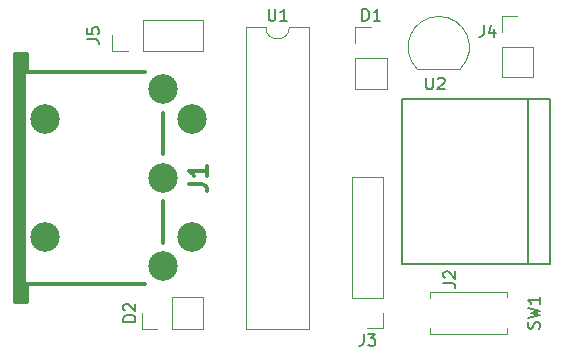
<source format=gbr>
%TF.GenerationSoftware,KiCad,Pcbnew,(6.0.0)*%
%TF.CreationDate,2022-10-20T13:44:37-04:00*%
%TF.ProjectId,TandyKey-A,54616e64-794b-4657-992d-412e6b696361,rev?*%
%TF.SameCoordinates,Original*%
%TF.FileFunction,Legend,Top*%
%TF.FilePolarity,Positive*%
%FSLAX46Y46*%
G04 Gerber Fmt 4.6, Leading zero omitted, Abs format (unit mm)*
G04 Created by KiCad (PCBNEW (6.0.0)) date 2022-10-20 13:44:37*
%MOMM*%
%LPD*%
G01*
G04 APERTURE LIST*
%ADD10C,0.304800*%
%ADD11C,0.150000*%
%ADD12C,0.120000*%
%ADD13C,2.499360*%
G04 APERTURE END LIST*
D10*
%TO.C,J1*%
X118545428Y-96710500D02*
X119634000Y-96710500D01*
X119851714Y-96783071D01*
X119996857Y-96928214D01*
X120069428Y-97145928D01*
X120069428Y-97291071D01*
X120069428Y-95186500D02*
X120069428Y-96057357D01*
X120069428Y-95621928D02*
X118545428Y-95621928D01*
X118763142Y-95767071D01*
X118908285Y-95912214D01*
X118980857Y-96057357D01*
D11*
%TO.C,J5*%
X109942380Y-84470833D02*
X110656666Y-84470833D01*
X110799523Y-84518452D01*
X110894761Y-84613690D01*
X110942380Y-84756547D01*
X110942380Y-84851785D01*
X109942380Y-83518452D02*
X109942380Y-83994642D01*
X110418571Y-84042261D01*
X110370952Y-83994642D01*
X110323333Y-83899404D01*
X110323333Y-83661309D01*
X110370952Y-83566071D01*
X110418571Y-83518452D01*
X110513809Y-83470833D01*
X110751904Y-83470833D01*
X110847142Y-83518452D01*
X110894761Y-83566071D01*
X110942380Y-83661309D01*
X110942380Y-83899404D01*
X110894761Y-83994642D01*
X110847142Y-84042261D01*
%TO.C,SW1*%
X148199761Y-108965833D02*
X148247380Y-108822976D01*
X148247380Y-108584880D01*
X148199761Y-108489642D01*
X148152142Y-108442023D01*
X148056904Y-108394404D01*
X147961666Y-108394404D01*
X147866428Y-108442023D01*
X147818809Y-108489642D01*
X147771190Y-108584880D01*
X147723571Y-108775357D01*
X147675952Y-108870595D01*
X147628333Y-108918214D01*
X147533095Y-108965833D01*
X147437857Y-108965833D01*
X147342619Y-108918214D01*
X147295000Y-108870595D01*
X147247380Y-108775357D01*
X147247380Y-108537261D01*
X147295000Y-108394404D01*
X147247380Y-108061071D02*
X148247380Y-107822976D01*
X147533095Y-107632500D01*
X148247380Y-107442023D01*
X147247380Y-107203928D01*
X148247380Y-106299166D02*
X148247380Y-106870595D01*
X148247380Y-106584880D02*
X147247380Y-106584880D01*
X147390238Y-106680119D01*
X147485476Y-106775357D01*
X147533095Y-106870595D01*
%TO.C,U2*%
X138620595Y-87717380D02*
X138620595Y-88526904D01*
X138668214Y-88622142D01*
X138715833Y-88669761D01*
X138811071Y-88717380D01*
X139001547Y-88717380D01*
X139096785Y-88669761D01*
X139144404Y-88622142D01*
X139192023Y-88526904D01*
X139192023Y-87717380D01*
X139620595Y-87812619D02*
X139668214Y-87765000D01*
X139763452Y-87717380D01*
X140001547Y-87717380D01*
X140096785Y-87765000D01*
X140144404Y-87812619D01*
X140192023Y-87907857D01*
X140192023Y-88003095D01*
X140144404Y-88145952D01*
X139572976Y-88717380D01*
X140192023Y-88717380D01*
%TO.C,U1*%
X125295603Y-81899884D02*
X125295603Y-82709408D01*
X125343222Y-82804646D01*
X125390841Y-82852265D01*
X125486079Y-82899884D01*
X125676555Y-82899884D01*
X125771793Y-82852265D01*
X125819412Y-82804646D01*
X125867031Y-82709408D01*
X125867031Y-81899884D01*
X126867031Y-82899884D02*
X126295603Y-82899884D01*
X126581317Y-82899884D02*
X126581317Y-81899884D01*
X126486079Y-82042742D01*
X126390841Y-82137980D01*
X126295603Y-82185599D01*
%TO.C,J2*%
X140104880Y-105108333D02*
X140819166Y-105108333D01*
X140962023Y-105155952D01*
X141057261Y-105251190D01*
X141104880Y-105394047D01*
X141104880Y-105489285D01*
X140200119Y-104679761D02*
X140152500Y-104632142D01*
X140104880Y-104536904D01*
X140104880Y-104298809D01*
X140152500Y-104203571D01*
X140200119Y-104155952D01*
X140295357Y-104108333D01*
X140390595Y-104108333D01*
X140533452Y-104155952D01*
X141104880Y-104727380D01*
X141104880Y-104108333D01*
%TO.C,D1*%
X133246904Y-82894880D02*
X133246904Y-81894880D01*
X133485000Y-81894880D01*
X133627857Y-81942500D01*
X133723095Y-82037738D01*
X133770714Y-82132976D01*
X133818333Y-82323452D01*
X133818333Y-82466309D01*
X133770714Y-82656785D01*
X133723095Y-82752023D01*
X133627857Y-82847261D01*
X133485000Y-82894880D01*
X133246904Y-82894880D01*
X134770714Y-82894880D02*
X134199285Y-82894880D01*
X134485000Y-82894880D02*
X134485000Y-81894880D01*
X134389761Y-82037738D01*
X134294523Y-82132976D01*
X134199285Y-82180595D01*
%TO.C,J3*%
X133334166Y-109409880D02*
X133334166Y-110124166D01*
X133286547Y-110267023D01*
X133191309Y-110362261D01*
X133048452Y-110409880D01*
X132953214Y-110409880D01*
X133715119Y-109409880D02*
X134334166Y-109409880D01*
X134000833Y-109790833D01*
X134143690Y-109790833D01*
X134238928Y-109838452D01*
X134286547Y-109886071D01*
X134334166Y-109981309D01*
X134334166Y-110219404D01*
X134286547Y-110314642D01*
X134238928Y-110362261D01*
X134143690Y-110409880D01*
X133857976Y-110409880D01*
X133762738Y-110362261D01*
X133715119Y-110314642D01*
%TO.C,J4*%
X143494166Y-83272380D02*
X143494166Y-83986666D01*
X143446547Y-84129523D01*
X143351309Y-84224761D01*
X143208452Y-84272380D01*
X143113214Y-84272380D01*
X144398928Y-83605714D02*
X144398928Y-84272380D01*
X144160833Y-83224761D02*
X143922738Y-83939047D01*
X144541785Y-83939047D01*
%TO.C,D2*%
X114004880Y-108370595D02*
X113004880Y-108370595D01*
X113004880Y-108132500D01*
X113052500Y-107989642D01*
X113147738Y-107894404D01*
X113242976Y-107846785D01*
X113433452Y-107799166D01*
X113576309Y-107799166D01*
X113766785Y-107846785D01*
X113862023Y-107894404D01*
X113957261Y-107989642D01*
X114004880Y-108132500D01*
X114004880Y-108370595D01*
X113100119Y-107418214D02*
X113052500Y-107370595D01*
X113004880Y-107275357D01*
X113004880Y-107037261D01*
X113052500Y-106942023D01*
X113100119Y-106894404D01*
X113195357Y-106846785D01*
X113290595Y-106846785D01*
X113433452Y-106894404D01*
X114004880Y-107465833D01*
X114004880Y-106846785D01*
D10*
%TO.C,J1*%
X103847900Y-85702140D02*
X104848660Y-85702140D01*
X104096820Y-85802500D02*
X104096820Y-106602500D01*
X114847500Y-105201720D02*
X104347500Y-105201720D01*
X116347500Y-90702500D02*
X116347500Y-94202500D01*
X104848660Y-106702860D02*
X103847900Y-106702860D01*
X104847500Y-105202110D02*
X104847500Y-106702890D01*
X104348280Y-106702860D02*
X104348280Y-85702140D01*
X104597200Y-85802500D02*
X104597200Y-106702860D01*
X114847500Y-87203280D02*
X104347500Y-87203280D01*
X104848660Y-85702500D02*
X104848660Y-87203280D01*
X116347500Y-101702500D02*
X116347500Y-98202500D01*
X103847900Y-106702860D02*
X103847900Y-85702140D01*
D12*
%TO.C,J5*%
X114632500Y-85467500D02*
X114632500Y-82807500D01*
X114632500Y-82807500D02*
X119772500Y-82807500D01*
X112032500Y-85467500D02*
X112032500Y-84137500D01*
X113362500Y-85467500D02*
X112032500Y-85467500D01*
X114632500Y-85467500D02*
X119772500Y-85467500D01*
X119772500Y-85467500D02*
X119772500Y-82807500D01*
%TO.C,SW1*%
X145465000Y-109382500D02*
X138965000Y-109382500D01*
X138965000Y-108882500D02*
X138965000Y-109382500D01*
X145465000Y-105882500D02*
X145465000Y-106302500D01*
X138965000Y-105882500D02*
X138965000Y-106382500D01*
X145465000Y-108882500D02*
X145465000Y-109382500D01*
X145465000Y-105882500D02*
X138965000Y-105882500D01*
%TO.C,U2*%
X137900000Y-86982500D02*
X141500000Y-86982500D01*
X141538478Y-86970978D02*
G75*
G03*
X139700000Y-82532500I-1838478J1838478D01*
G01*
X139700000Y-82532499D02*
G75*
G03*
X137861522Y-86970978I0J-2600001D01*
G01*
%TO.C,U1*%
X128707508Y-83447504D02*
X127057508Y-83447504D01*
X125057508Y-83447504D02*
X123407508Y-83447504D01*
X123407508Y-83447504D02*
X123407508Y-108967504D01*
X128707508Y-108967504D02*
X128707508Y-83447504D01*
X123407508Y-108967504D02*
X128707508Y-108967504D01*
X125057508Y-83447504D02*
G75*
G03*
X127057508Y-83447504I1000000J0D01*
G01*
D11*
%TO.C,J2*%
X147225000Y-89520000D02*
X147225000Y-103520000D01*
X136625000Y-103520000D02*
X149125000Y-103520000D01*
X149125000Y-103520000D02*
X149125000Y-89520000D01*
X149125000Y-89520000D02*
X136625000Y-89520000D01*
X136625000Y-89520000D02*
X136625000Y-103520000D01*
D12*
%TO.C,D1*%
X132655000Y-83442500D02*
X133985000Y-83442500D01*
X135315000Y-86042500D02*
X135315000Y-88642500D01*
X132655000Y-86042500D02*
X132655000Y-88642500D01*
X132655000Y-84772500D02*
X132655000Y-83442500D01*
X132655000Y-88642500D02*
X135315000Y-88642500D01*
X132655000Y-86042500D02*
X135315000Y-86042500D01*
%TO.C,J3*%
X134997500Y-107627500D02*
X134997500Y-108957500D01*
X134997500Y-106357500D02*
X134997500Y-96137500D01*
X134997500Y-108957500D02*
X133667500Y-108957500D01*
X134997500Y-96137500D02*
X132337500Y-96137500D01*
X132337500Y-106357500D02*
X132337500Y-96137500D01*
X134997500Y-106357500D02*
X132337500Y-106357500D01*
%TO.C,J4*%
X147697500Y-85090000D02*
X147697500Y-87690000D01*
X145037500Y-85090000D02*
X145037500Y-87690000D01*
X145037500Y-87690000D02*
X147697500Y-87690000D01*
X145037500Y-85090000D02*
X147697500Y-85090000D01*
X145037500Y-82490000D02*
X146367500Y-82490000D01*
X145037500Y-83820000D02*
X145037500Y-82490000D01*
%TO.C,D2*%
X119752500Y-108962500D02*
X119752500Y-106302500D01*
X115882500Y-108962500D02*
X114552500Y-108962500D01*
X117152500Y-108962500D02*
X117152500Y-106302500D01*
X117152500Y-108962500D02*
X119752500Y-108962500D01*
X114552500Y-108962500D02*
X114552500Y-107632500D01*
X117152500Y-106302500D02*
X119752500Y-106302500D01*
%TD*%
D13*
%TO.C,J1*%
X106349800Y-101203760D03*
X106349800Y-91201240D03*
X116344700Y-103700580D03*
X116347240Y-96202500D03*
X116344700Y-88704420D03*
X118846600Y-101198680D03*
X118846600Y-91206320D03*
%TD*%
M02*

</source>
